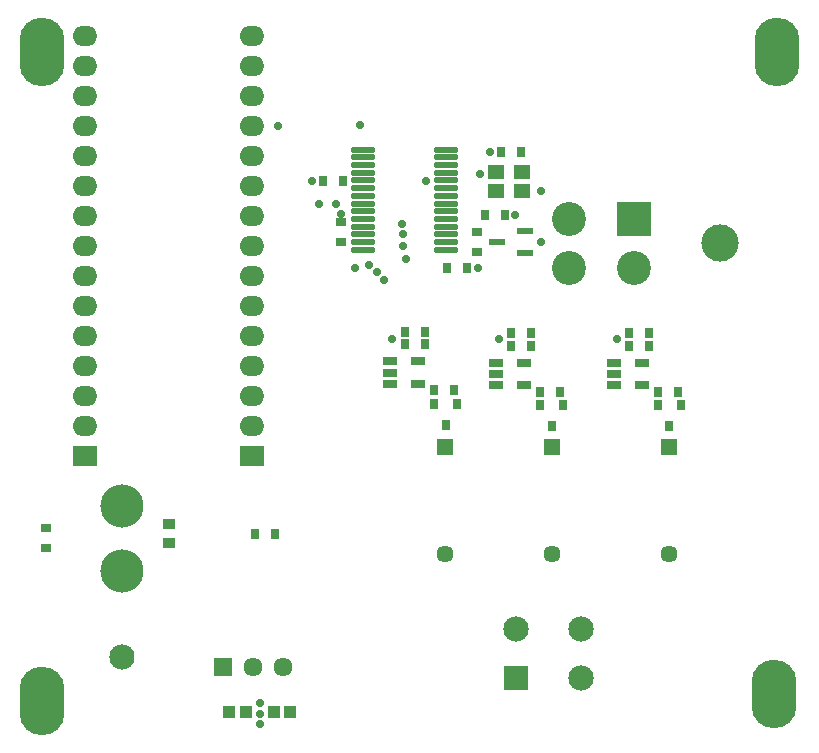
<source format=gts>
G04*
G04 #@! TF.GenerationSoftware,Altium Limited,Altium Designer,24.0.1 (36)*
G04*
G04 Layer_Color=8388736*
%FSLAX44Y44*%
%MOMM*%
G71*
G04*
G04 #@! TF.SameCoordinates,B8DB1BF3-7387-46EC-A14D-9CE900C50DFE*
G04*
G04*
G04 #@! TF.FilePolarity,Negative*
G04*
G01*
G75*
%ADD22R,1.4000X1.1500*%
%ADD23R,1.3208X0.5588*%
%ADD24R,0.8020X0.9720*%
%ADD26R,1.1051X1.0062*%
%ADD27R,1.0816X0.9716*%
%ADD28R,0.7112X0.8890*%
%ADD29R,0.8890X0.7112*%
G04:AMPARAMS|DCode=30|XSize=2.0016mm|YSize=0.5016mm|CornerRadius=0.0748mm|HoleSize=0mm|Usage=FLASHONLY|Rotation=180.000|XOffset=0mm|YOffset=0mm|HoleType=Round|Shape=RoundedRectangle|*
%AMROUNDEDRECTD30*
21,1,2.0016,0.3520,0,0,180.0*
21,1,1.8520,0.5016,0,0,180.0*
1,1,0.1496,-0.9260,0.1760*
1,1,0.1496,0.9260,0.1760*
1,1,0.1496,0.9260,-0.1760*
1,1,0.1496,-0.9260,-0.1760*
%
%ADD30ROUNDEDRECTD30*%
%ADD31R,1.2016X0.7516*%
%ADD32R,2.1016X1.7016*%
%ADD33O,2.1016X1.7016*%
%ADD34C,3.6576*%
%ADD35C,2.1336*%
%ADD36O,3.8016X5.8016*%
%ADD37C,1.6096*%
%ADD38R,1.6096X1.6096*%
%ADD39C,3.1516*%
%ADD40C,2.8766*%
%ADD41R,2.8766X2.8766*%
%ADD42C,1.4516*%
%ADD43R,1.4516X1.4516*%
%ADD44C,2.1500*%
%ADD45R,2.1500X2.1500*%
%ADD46C,0.7112*%
D22*
X407100Y479917D02*
D03*
X429100D02*
D03*
Y463917D02*
D03*
X407100D02*
D03*
D23*
X432226Y411317D02*
D03*
Y430317D02*
D03*
X408350Y420817D02*
D03*
D24*
X364600Y265950D02*
D03*
X374100Y283650D02*
D03*
X355100D02*
D03*
X444900Y282500D02*
D03*
X463900D02*
D03*
X454400Y264800D02*
D03*
X544700Y282500D02*
D03*
X563700D02*
D03*
X554200Y264800D02*
D03*
D26*
X181654Y22600D02*
D03*
X195665D02*
D03*
X218989D02*
D03*
X233000D02*
D03*
D27*
X130763Y181700D02*
D03*
Y165700D02*
D03*
D28*
X220309Y173700D02*
D03*
X203291D02*
D03*
X414861Y444000D02*
D03*
X397843D02*
D03*
X536609Y343521D02*
D03*
X519591D02*
D03*
X536609Y333050D02*
D03*
X519591D02*
D03*
X419791Y333050D02*
D03*
X419791Y343521D02*
D03*
X436809Y333050D02*
D03*
X436809Y343521D02*
D03*
X347009Y344671D02*
D03*
X329991D02*
D03*
X329991Y334200D02*
D03*
X347009D02*
D03*
X428409Y497100D02*
D03*
X411391D02*
D03*
X354691Y295300D02*
D03*
X371709D02*
D03*
X383009Y399000D02*
D03*
X365991D02*
D03*
X260691Y472300D02*
D03*
X277709D02*
D03*
X461509Y294150D02*
D03*
X444491D02*
D03*
X561309Y294150D02*
D03*
X544291D02*
D03*
D29*
X26100Y178309D02*
D03*
Y161291D02*
D03*
X390988Y412308D02*
D03*
Y429326D02*
D03*
X276416Y420615D02*
D03*
Y437633D02*
D03*
D30*
X294837Y414317D02*
D03*
Y420817D02*
D03*
Y427317D02*
D03*
Y433817D02*
D03*
Y440317D02*
D03*
Y446817D02*
D03*
Y453317D02*
D03*
Y459817D02*
D03*
Y466317D02*
D03*
Y472817D02*
D03*
Y479317D02*
D03*
Y485817D02*
D03*
Y492317D02*
D03*
Y498817D02*
D03*
X364937D02*
D03*
Y492317D02*
D03*
Y485817D02*
D03*
Y479317D02*
D03*
Y472817D02*
D03*
Y466317D02*
D03*
Y459817D02*
D03*
Y453317D02*
D03*
Y446817D02*
D03*
Y440317D02*
D03*
Y433817D02*
D03*
Y427317D02*
D03*
Y420817D02*
D03*
Y414317D02*
D03*
D31*
X317600Y319600D02*
D03*
Y310100D02*
D03*
Y300600D02*
D03*
X341600D02*
D03*
Y319600D02*
D03*
X431400Y318450D02*
D03*
Y299450D02*
D03*
X407400D02*
D03*
Y308950D02*
D03*
Y318450D02*
D03*
X531200Y318450D02*
D03*
Y299450D02*
D03*
X507200D02*
D03*
Y308950D02*
D03*
Y318450D02*
D03*
D32*
X200500Y239600D02*
D03*
X59530D02*
D03*
D33*
X200500Y265000D02*
D03*
Y290400D02*
D03*
Y468200D02*
D03*
Y493600D02*
D03*
X59530Y519000D02*
D03*
X200500Y341200D02*
D03*
X59530Y595200D02*
D03*
Y569800D02*
D03*
Y544400D02*
D03*
Y493600D02*
D03*
Y468200D02*
D03*
Y442800D02*
D03*
Y417400D02*
D03*
Y392000D02*
D03*
Y366600D02*
D03*
Y341200D02*
D03*
Y315800D02*
D03*
Y290400D02*
D03*
Y265000D02*
D03*
X200500Y595200D02*
D03*
Y569800D02*
D03*
Y544400D02*
D03*
Y519000D02*
D03*
Y442800D02*
D03*
Y417400D02*
D03*
Y392000D02*
D03*
Y366600D02*
D03*
Y315800D02*
D03*
D34*
X90345Y197400D02*
D03*
Y142400D02*
D03*
D35*
Y69400D02*
D03*
D36*
X22900Y581700D02*
D03*
X642800Y38400D02*
D03*
X645100Y582000D02*
D03*
X23000Y32300D02*
D03*
D37*
X227000Y60700D02*
D03*
X201600D02*
D03*
D38*
X176200D02*
D03*
D39*
X597300Y419500D02*
D03*
D40*
X469300Y398500D02*
D03*
Y440500D02*
D03*
X524300Y398500D02*
D03*
D41*
Y440500D02*
D03*
D42*
X364300Y156800D02*
D03*
X454400Y156800D02*
D03*
X554199Y156800D02*
D03*
D43*
X364300Y246800D02*
D03*
X454400Y246800D02*
D03*
X554199Y246800D02*
D03*
D44*
X479100Y93300D02*
D03*
Y51300D02*
D03*
X424100Y93300D02*
D03*
D45*
Y51300D02*
D03*
D46*
X292100Y519400D02*
D03*
X223000Y518900D02*
D03*
X423800Y444000D02*
D03*
X509700Y338315D02*
D03*
X409900D02*
D03*
X251486Y472168D02*
D03*
X328200Y417200D02*
D03*
X331000Y406400D02*
D03*
X312500Y388400D02*
D03*
X299700Y401600D02*
D03*
X391985Y399014D02*
D03*
X319665Y338315D02*
D03*
X287764Y399011D02*
D03*
X306192Y395746D02*
D03*
X445400Y463600D02*
D03*
X402600Y497100D02*
D03*
X394063Y478717D02*
D03*
X445400Y420817D02*
D03*
X328210Y427307D02*
D03*
X327400Y436200D02*
D03*
X257700Y452900D02*
D03*
X276229Y444391D02*
D03*
X271497Y452900D02*
D03*
X348400Y472000D02*
D03*
X207300Y12300D02*
D03*
Y21100D02*
D03*
Y30600D02*
D03*
M02*

</source>
